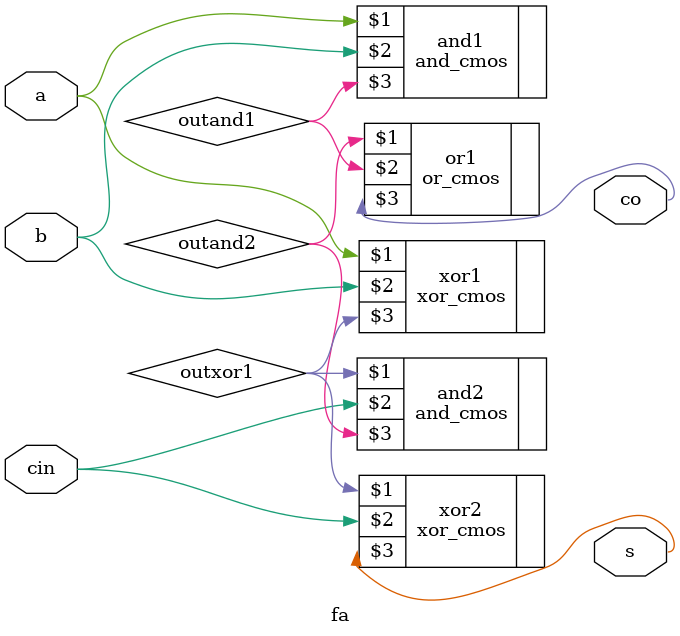
<source format=v>
module fa(
input a , b, cin,
output co ,s 
);

xor_cmos xor1(a , b , outxor1); 
xor_cmos xor2(outxor1 , cin , s);
and_cmos and1(a , b , outand1 );
and_cmos and2(outxor1 , cin , outand2);
or_cmos or1(outand2 , outand1 , co );

endmodule
</source>
